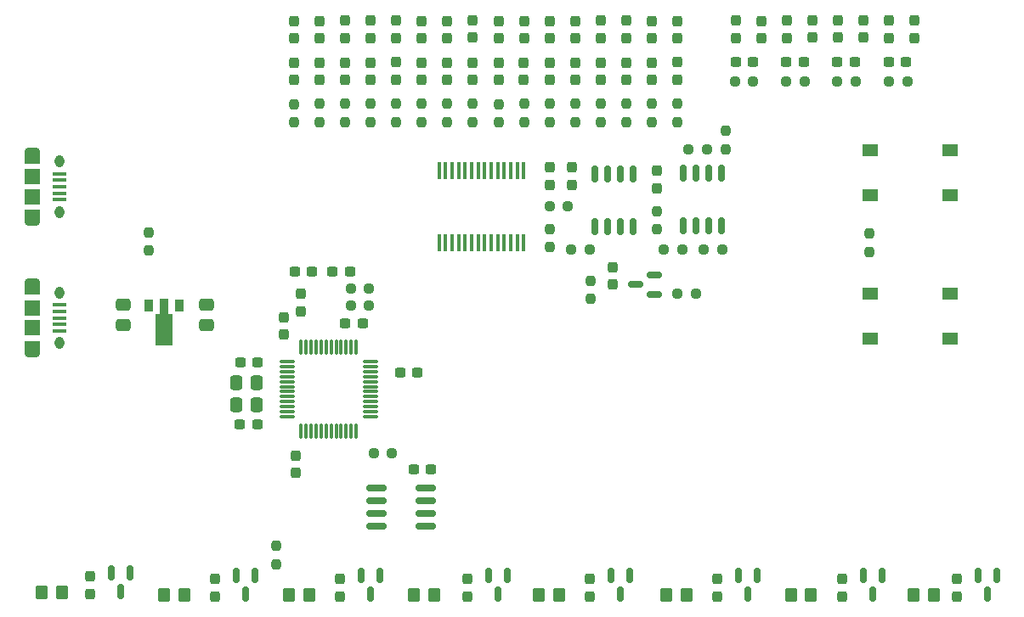
<source format=gtp>
%TF.GenerationSoftware,KiCad,Pcbnew,(6.0.5)*%
%TF.CreationDate,2023-10-09T20:54:02-04:00*%
%TF.ProjectId,solar-controller-2023,736f6c61-722d-4636-9f6e-74726f6c6c65,rev?*%
%TF.SameCoordinates,Original*%
%TF.FileFunction,Paste,Top*%
%TF.FilePolarity,Positive*%
%FSLAX46Y46*%
G04 Gerber Fmt 4.6, Leading zero omitted, Abs format (unit mm)*
G04 Created by KiCad (PCBNEW (6.0.5)) date 2023-10-09 20:54:02*
%MOMM*%
%LPD*%
G01*
G04 APERTURE LIST*
G04 Aperture macros list*
%AMRoundRect*
0 Rectangle with rounded corners*
0 $1 Rounding radius*
0 $2 $3 $4 $5 $6 $7 $8 $9 X,Y pos of 4 corners*
0 Add a 4 corners polygon primitive as box body*
4,1,4,$2,$3,$4,$5,$6,$7,$8,$9,$2,$3,0*
0 Add four circle primitives for the rounded corners*
1,1,$1+$1,$2,$3*
1,1,$1+$1,$4,$5*
1,1,$1+$1,$6,$7*
1,1,$1+$1,$8,$9*
0 Add four rect primitives between the rounded corners*
20,1,$1+$1,$2,$3,$4,$5,0*
20,1,$1+$1,$4,$5,$6,$7,0*
20,1,$1+$1,$6,$7,$8,$9,0*
20,1,$1+$1,$8,$9,$2,$3,0*%
%AMFreePoly0*
4,1,9,3.862500,-0.866500,0.737500,-0.866500,0.737500,-0.450000,-0.737500,-0.450000,-0.737500,0.450000,0.737500,0.450000,0.737500,0.866500,3.862500,0.866500,3.862500,-0.866500,3.862500,-0.866500,$1*%
G04 Aperture macros list end*
%ADD10RoundRect,0.237500X-0.237500X0.250000X-0.237500X-0.250000X0.237500X-0.250000X0.237500X0.250000X0*%
%ADD11O,1.550000X0.890000*%
%ADD12O,0.950000X1.250000*%
%ADD13R,1.350000X0.400000*%
%ADD14R,1.550000X1.200000*%
%ADD15R,1.550000X1.500000*%
%ADD16RoundRect,0.150000X0.587500X0.150000X-0.587500X0.150000X-0.587500X-0.150000X0.587500X-0.150000X0*%
%ADD17R,0.900000X1.300000*%
%ADD18FreePoly0,270.000000*%
%ADD19RoundRect,0.075000X-0.662500X-0.075000X0.662500X-0.075000X0.662500X0.075000X-0.662500X0.075000X0*%
%ADD20RoundRect,0.075000X-0.075000X-0.662500X0.075000X-0.662500X0.075000X0.662500X-0.075000X0.662500X0*%
%ADD21RoundRect,0.150000X-0.825000X-0.150000X0.825000X-0.150000X0.825000X0.150000X-0.825000X0.150000X0*%
%ADD22RoundRect,0.150000X0.150000X-0.675000X0.150000X0.675000X-0.150000X0.675000X-0.150000X-0.675000X0*%
%ADD23R,0.450000X1.750000*%
%ADD24R,1.550000X1.300000*%
%ADD25RoundRect,0.250000X-0.350000X-0.450000X0.350000X-0.450000X0.350000X0.450000X-0.350000X0.450000X0*%
%ADD26RoundRect,0.237500X-0.250000X-0.237500X0.250000X-0.237500X0.250000X0.237500X-0.250000X0.237500X0*%
%ADD27RoundRect,0.237500X0.237500X-0.250000X0.237500X0.250000X-0.237500X0.250000X-0.237500X-0.250000X0*%
%ADD28RoundRect,0.237500X0.250000X0.237500X-0.250000X0.237500X-0.250000X-0.237500X0.250000X-0.237500X0*%
%ADD29RoundRect,0.150000X-0.150000X0.587500X-0.150000X-0.587500X0.150000X-0.587500X0.150000X0.587500X0*%
%ADD30RoundRect,0.237500X-0.237500X0.300000X-0.237500X-0.300000X0.237500X-0.300000X0.237500X0.300000X0*%
%ADD31RoundRect,0.237500X0.237500X-0.287500X0.237500X0.287500X-0.237500X0.287500X-0.237500X-0.287500X0*%
%ADD32RoundRect,0.237500X0.237500X-0.300000X0.237500X0.300000X-0.237500X0.300000X-0.237500X-0.300000X0*%
%ADD33RoundRect,0.237500X-0.300000X-0.237500X0.300000X-0.237500X0.300000X0.237500X-0.300000X0.237500X0*%
%ADD34RoundRect,0.237500X0.300000X0.237500X-0.300000X0.237500X-0.300000X-0.237500X0.300000X-0.237500X0*%
%ADD35RoundRect,0.250000X0.337500X0.475000X-0.337500X0.475000X-0.337500X-0.475000X0.337500X-0.475000X0*%
%ADD36RoundRect,0.250000X0.475000X-0.337500X0.475000X0.337500X-0.475000X0.337500X-0.475000X-0.337500X0*%
G04 APERTURE END LIST*
D10*
%TO.C,R44*%
X113030000Y-78081500D03*
X113030000Y-79906500D03*
%TD*%
D11*
%TO.C,J5*%
X101435000Y-70040000D03*
X101435000Y-77040000D03*
D12*
X104135000Y-76040000D03*
X104135000Y-71040000D03*
D13*
X104135000Y-72240000D03*
X104135000Y-72890000D03*
X104135000Y-73540000D03*
X104135000Y-74190000D03*
X104135000Y-74840000D03*
D14*
X101435000Y-70640000D03*
D15*
X101435000Y-74540000D03*
D14*
X101435000Y-76440000D03*
D15*
X101435000Y-72540000D03*
%TD*%
D11*
%TO.C,J8*%
X101440000Y-83130000D03*
X101440000Y-90130000D03*
D12*
X104140000Y-89130000D03*
X104140000Y-84130000D03*
D13*
X104140000Y-85330000D03*
X104140000Y-85980000D03*
X104140000Y-86630000D03*
X104140000Y-87280000D03*
X104140000Y-87930000D03*
D14*
X101440000Y-83730000D03*
D15*
X101440000Y-87630000D03*
D14*
X101440000Y-89530000D03*
D15*
X101440000Y-85630000D03*
%TD*%
D16*
%TO.C,Q1*%
X163450000Y-84260000D03*
X163450000Y-82360000D03*
X161575000Y-83310000D03*
%TD*%
D17*
%TO.C,U6*%
X116088000Y-85381500D03*
D18*
X114588000Y-85469000D03*
D17*
X113088000Y-85381500D03*
%TD*%
D19*
%TO.C,U5*%
X126807500Y-90980000D03*
X126807500Y-91480000D03*
X126807500Y-91980000D03*
X126807500Y-92480000D03*
X126807500Y-92980000D03*
X126807500Y-93480000D03*
X126807500Y-93980000D03*
X126807500Y-94480000D03*
X126807500Y-94980000D03*
X126807500Y-95480000D03*
X126807500Y-95980000D03*
X126807500Y-96480000D03*
D20*
X128220000Y-97892500D03*
X128720000Y-97892500D03*
X129220000Y-97892500D03*
X129720000Y-97892500D03*
X130220000Y-97892500D03*
X130720000Y-97892500D03*
X131220000Y-97892500D03*
X131720000Y-97892500D03*
X132220000Y-97892500D03*
X132720000Y-97892500D03*
X133220000Y-97892500D03*
X133720000Y-97892500D03*
D19*
X135132500Y-96480000D03*
X135132500Y-95980000D03*
X135132500Y-95480000D03*
X135132500Y-94980000D03*
X135132500Y-94480000D03*
X135132500Y-93980000D03*
X135132500Y-93480000D03*
X135132500Y-92980000D03*
X135132500Y-92480000D03*
X135132500Y-91980000D03*
X135132500Y-91480000D03*
X135132500Y-90980000D03*
D20*
X133720000Y-89567500D03*
X133220000Y-89567500D03*
X132720000Y-89567500D03*
X132220000Y-89567500D03*
X131720000Y-89567500D03*
X131220000Y-89567500D03*
X130720000Y-89567500D03*
X130220000Y-89567500D03*
X129720000Y-89567500D03*
X129220000Y-89567500D03*
X128720000Y-89567500D03*
X128220000Y-89567500D03*
%TD*%
D21*
%TO.C,U4*%
X135705000Y-103595000D03*
X135705000Y-104865000D03*
X135705000Y-106135000D03*
X135705000Y-107405000D03*
X140655000Y-107405000D03*
X140655000Y-106135000D03*
X140655000Y-104865000D03*
X140655000Y-103595000D03*
%TD*%
D22*
%TO.C,U3*%
X166306000Y-72220000D03*
X167576000Y-72220000D03*
X168846000Y-72220000D03*
X170116000Y-72220000D03*
X170116000Y-77470000D03*
X168846000Y-77470000D03*
X167576000Y-77470000D03*
X166306000Y-77470000D03*
%TD*%
%TO.C,U2*%
X157536000Y-72245000D03*
X158806000Y-72245000D03*
X160076000Y-72245000D03*
X161346000Y-72245000D03*
X161346000Y-77495000D03*
X160076000Y-77495000D03*
X158806000Y-77495000D03*
X157536000Y-77495000D03*
%TD*%
D23*
%TO.C,U1*%
X150416000Y-79170000D03*
X149766000Y-79170000D03*
X149116000Y-79170000D03*
X148466000Y-79170000D03*
X147816000Y-79170000D03*
X147166000Y-79170000D03*
X146516000Y-79170000D03*
X145866000Y-79170000D03*
X145216000Y-79170000D03*
X144566000Y-79170000D03*
X143916000Y-79170000D03*
X143266000Y-79170000D03*
X142616000Y-79170000D03*
X141966000Y-79170000D03*
X141966000Y-71970000D03*
X142616000Y-71970000D03*
X143266000Y-71970000D03*
X143916000Y-71970000D03*
X144566000Y-71970000D03*
X145216000Y-71970000D03*
X145866000Y-71970000D03*
X146516000Y-71970000D03*
X147166000Y-71970000D03*
X147816000Y-71970000D03*
X148466000Y-71970000D03*
X149116000Y-71970000D03*
X149766000Y-71970000D03*
X150416000Y-71970000D03*
%TD*%
D24*
%TO.C,SW2*%
X192905000Y-84210000D03*
X184955000Y-84210000D03*
X184955000Y-88710000D03*
X192905000Y-88710000D03*
%TD*%
%TO.C,SW1*%
X192905000Y-74390000D03*
X184955000Y-74390000D03*
X184955000Y-69890000D03*
X192905000Y-69890000D03*
%TD*%
D25*
%TO.C,R43*%
X139462000Y-114300000D03*
X141462000Y-114300000D03*
%TD*%
%TO.C,R42*%
X114570000Y-114300000D03*
X116570000Y-114300000D03*
%TD*%
%TO.C,R41*%
X127016000Y-114300000D03*
X129016000Y-114300000D03*
%TD*%
%TO.C,R40*%
X102378000Y-114046000D03*
X104378000Y-114046000D03*
%TD*%
%TO.C,R39*%
X191246000Y-114300000D03*
X189246000Y-114300000D03*
%TD*%
%TO.C,R38*%
X164608000Y-114300000D03*
X166608000Y-114300000D03*
%TD*%
%TO.C,R37*%
X177038000Y-114300000D03*
X179038000Y-114300000D03*
%TD*%
%TO.C,R36*%
X151924000Y-114300000D03*
X153924000Y-114300000D03*
%TD*%
D26*
%TO.C,R35*%
X135465000Y-100130000D03*
X137290000Y-100130000D03*
%TD*%
D10*
%TO.C,R34*%
X125750000Y-109357500D03*
X125750000Y-111182500D03*
%TD*%
D26*
%TO.C,R33*%
X133170000Y-83720000D03*
X134995000Y-83720000D03*
%TD*%
%TO.C,R32*%
X133180000Y-85360000D03*
X135005000Y-85360000D03*
%TD*%
D27*
%TO.C,R31*%
X184870000Y-80042500D03*
X184870000Y-78217500D03*
%TD*%
D26*
%TO.C,R30*%
X188623500Y-63005000D03*
X186798500Y-63005000D03*
%TD*%
%TO.C,R29*%
X183473500Y-63025000D03*
X181648500Y-63025000D03*
%TD*%
%TO.C,R28*%
X178373500Y-63005000D03*
X176548500Y-63005000D03*
%TD*%
%TO.C,R27*%
X173273500Y-63025000D03*
X171448500Y-63025000D03*
%TD*%
D10*
%TO.C,R26*%
X157060000Y-82910000D03*
X157060000Y-84735000D03*
%TD*%
D28*
%TO.C,R25*%
X167550000Y-84250000D03*
X165725000Y-84250000D03*
%TD*%
D27*
%TO.C,R24*%
X170561000Y-67982500D03*
X170561000Y-69807500D03*
%TD*%
D26*
%TO.C,R23*%
X168663500Y-69825000D03*
X166838500Y-69825000D03*
%TD*%
%TO.C,R22*%
X166186000Y-79795000D03*
X164361000Y-79795000D03*
%TD*%
%TO.C,R21*%
X170186000Y-79770000D03*
X168361000Y-79770000D03*
%TD*%
%TO.C,R20*%
X155153500Y-79770000D03*
X156978500Y-79770000D03*
%TD*%
D10*
%TO.C,R19*%
X163691000Y-77807500D03*
X163691000Y-75982500D03*
%TD*%
D27*
%TO.C,R18*%
X153016000Y-77757500D03*
X153016000Y-79582500D03*
%TD*%
D28*
%TO.C,R17*%
X153003500Y-75470000D03*
X154828500Y-75470000D03*
%TD*%
D27*
%TO.C,R16*%
X127531000Y-65285000D03*
X127531000Y-67110000D03*
%TD*%
D10*
%TO.C,R15*%
X130041000Y-67100000D03*
X130041000Y-65275000D03*
%TD*%
D27*
%TO.C,R14*%
X132611000Y-65272500D03*
X132611000Y-67097500D03*
%TD*%
D10*
%TO.C,R13*%
X135161000Y-67089500D03*
X135161000Y-65264500D03*
%TD*%
D27*
%TO.C,R12*%
X137701000Y-65264500D03*
X137701000Y-67089500D03*
%TD*%
D10*
%TO.C,R11*%
X140241000Y-67089500D03*
X140241000Y-65264500D03*
%TD*%
D27*
%TO.C,R10*%
X142781000Y-65264500D03*
X142781000Y-67089500D03*
%TD*%
D10*
%TO.C,R9*%
X145321000Y-67089500D03*
X145321000Y-65264500D03*
%TD*%
D27*
%TO.C,R8*%
X147916000Y-65307500D03*
X147916000Y-67132500D03*
%TD*%
D10*
%TO.C,R7*%
X150441000Y-67107500D03*
X150441000Y-65282500D03*
%TD*%
D27*
%TO.C,R6*%
X153016000Y-65282500D03*
X153016000Y-67107500D03*
%TD*%
D10*
%TO.C,R5*%
X155541000Y-67107500D03*
X155541000Y-65282500D03*
%TD*%
D27*
%TO.C,R4*%
X158091000Y-65282500D03*
X158091000Y-67107500D03*
%TD*%
D10*
%TO.C,R3*%
X160666000Y-67107500D03*
X160666000Y-65282500D03*
%TD*%
D27*
%TO.C,R2*%
X163186000Y-67107500D03*
X163186000Y-65282500D03*
%TD*%
D10*
%TO.C,R1*%
X165716000Y-65282500D03*
X165716000Y-67107500D03*
%TD*%
D29*
%TO.C,Q9*%
X148778000Y-112346500D03*
X146878000Y-112346500D03*
X147828000Y-114221500D03*
%TD*%
%TO.C,Q8*%
X123632000Y-112346500D03*
X121732000Y-112346500D03*
X122682000Y-114221500D03*
%TD*%
%TO.C,Q7*%
X136078000Y-112346500D03*
X134178000Y-112346500D03*
X135128000Y-114221500D03*
%TD*%
%TO.C,Q6*%
X110236000Y-113967500D03*
X109286000Y-112092500D03*
X111186000Y-112092500D03*
%TD*%
%TO.C,Q5*%
X196596000Y-114221500D03*
X195646000Y-112346500D03*
X197546000Y-112346500D03*
%TD*%
%TO.C,Q4*%
X172720000Y-114221500D03*
X171770000Y-112346500D03*
X173670000Y-112346500D03*
%TD*%
%TO.C,Q3*%
X185166000Y-114221500D03*
X184216000Y-112346500D03*
X186116000Y-112346500D03*
%TD*%
%TO.C,Q2*%
X160970000Y-112346500D03*
X159070000Y-112346500D03*
X160020000Y-114221500D03*
%TD*%
D30*
%TO.C,FB24*%
X189351000Y-58685000D03*
X189351000Y-56960000D03*
%TD*%
%TO.C,FB23*%
X186781000Y-58697500D03*
X186781000Y-56972500D03*
%TD*%
%TO.C,FB22*%
X184241000Y-58657500D03*
X184241000Y-56932500D03*
%TD*%
%TO.C,FB21*%
X181681000Y-58657500D03*
X181681000Y-56932500D03*
%TD*%
%TO.C,FB20*%
X179161000Y-58667500D03*
X179161000Y-56942500D03*
%TD*%
%TO.C,FB19*%
X176591000Y-58695000D03*
X176591000Y-56970000D03*
%TD*%
%TO.C,FB18*%
X174061000Y-58727500D03*
X174061000Y-57002500D03*
%TD*%
%TO.C,FB17*%
X171551000Y-58705000D03*
X171551000Y-56980000D03*
%TD*%
%TO.C,FB16*%
X127511000Y-56992500D03*
X127511000Y-58717500D03*
%TD*%
%TO.C,FB15*%
X130031000Y-58717500D03*
X130031000Y-56992500D03*
%TD*%
%TO.C,FB14*%
X132581000Y-58707500D03*
X132581000Y-56982500D03*
%TD*%
%TO.C,FB13*%
X135111000Y-58697500D03*
X135111000Y-56972500D03*
%TD*%
%TO.C,FB12*%
X137651000Y-58707500D03*
X137651000Y-56982500D03*
%TD*%
%TO.C,FB11*%
X140191000Y-58717500D03*
X140191000Y-56992500D03*
%TD*%
%TO.C,FB10*%
X142731000Y-58717500D03*
X142731000Y-56992500D03*
%TD*%
%TO.C,FB9*%
X145271000Y-56952500D03*
X145271000Y-58677500D03*
%TD*%
%TO.C,FB8*%
X147941000Y-57007500D03*
X147941000Y-58732500D03*
%TD*%
%TO.C,FB7*%
X150466000Y-58732500D03*
X150466000Y-57007500D03*
%TD*%
%TO.C,FB6*%
X153016000Y-58732500D03*
X153016000Y-57007500D03*
%TD*%
%TO.C,FB5*%
X155541000Y-58732500D03*
X155541000Y-57007500D03*
%TD*%
%TO.C,FB4*%
X158091000Y-58707500D03*
X158091000Y-56982500D03*
%TD*%
%TO.C,FB3*%
X160616000Y-58707500D03*
X160616000Y-56982500D03*
%TD*%
%TO.C,FB2*%
X163166000Y-58732500D03*
X163166000Y-57007500D03*
%TD*%
%TO.C,FB1*%
X165716000Y-57007500D03*
X165716000Y-58732500D03*
%TD*%
D31*
%TO.C,D8*%
X144780000Y-114413000D03*
X144780000Y-112663000D03*
%TD*%
%TO.C,D7*%
X119634000Y-114413000D03*
X119634000Y-112663000D03*
%TD*%
%TO.C,D6*%
X132080000Y-114413000D03*
X132080000Y-112663000D03*
%TD*%
%TO.C,D5*%
X107188000Y-114159000D03*
X107188000Y-112409000D03*
%TD*%
%TO.C,D4*%
X193548000Y-114413000D03*
X193548000Y-112663000D03*
%TD*%
%TO.C,D3*%
X169672000Y-114413000D03*
X169672000Y-112663000D03*
%TD*%
%TO.C,D2*%
X182118000Y-114413000D03*
X182118000Y-112663000D03*
%TD*%
%TO.C,D1*%
X156972000Y-114413000D03*
X156972000Y-112663000D03*
%TD*%
D32*
%TO.C,C38*%
X128220000Y-84247500D03*
X128220000Y-85972500D03*
%TD*%
D33*
%TO.C,C37*%
X132627500Y-87200000D03*
X134352500Y-87200000D03*
%TD*%
D34*
%TO.C,C36*%
X122137500Y-97260000D03*
X123862500Y-97260000D03*
%TD*%
D35*
%TO.C,C35*%
X121742500Y-95280000D03*
X123817500Y-95280000D03*
%TD*%
%TO.C,C34*%
X121752500Y-93070000D03*
X123827500Y-93070000D03*
%TD*%
D34*
%TO.C,C33*%
X122167500Y-91060000D03*
X123892500Y-91060000D03*
%TD*%
D32*
%TO.C,C32*%
X126470000Y-88312500D03*
X126470000Y-86587500D03*
%TD*%
D33*
%TO.C,C31*%
X138110000Y-92070000D03*
X139835000Y-92070000D03*
%TD*%
D30*
%TO.C,C30*%
X127700000Y-100347500D03*
X127700000Y-102072500D03*
%TD*%
D34*
%TO.C,C29*%
X129297500Y-82040000D03*
X127572500Y-82040000D03*
%TD*%
D33*
%TO.C,C28*%
X131357500Y-82040000D03*
X133082500Y-82040000D03*
%TD*%
D36*
%TO.C,C27*%
X118780000Y-87377500D03*
X118780000Y-85302500D03*
%TD*%
%TO.C,C26*%
X110470000Y-87377500D03*
X110470000Y-85302500D03*
%TD*%
D34*
%TO.C,C25*%
X141152500Y-101710000D03*
X139427500Y-101710000D03*
%TD*%
D33*
%TO.C,C24*%
X188516000Y-61095000D03*
X186791000Y-61095000D03*
%TD*%
%TO.C,C23*%
X183391000Y-61095000D03*
X181666000Y-61095000D03*
%TD*%
%TO.C,C22*%
X178311000Y-61095000D03*
X176586000Y-61095000D03*
%TD*%
%TO.C,C21*%
X173261000Y-61095000D03*
X171536000Y-61095000D03*
%TD*%
D32*
%TO.C,C20*%
X159280000Y-81585000D03*
X159280000Y-83310000D03*
%TD*%
D30*
%TO.C,C19*%
X163641000Y-73682500D03*
X163641000Y-71957500D03*
%TD*%
%TO.C,C18*%
X155216000Y-73332500D03*
X155216000Y-71607500D03*
%TD*%
%TO.C,C17*%
X153016000Y-73332500D03*
X153016000Y-71607500D03*
%TD*%
%TO.C,C16*%
X127511000Y-61155000D03*
X127511000Y-62880000D03*
%TD*%
D32*
%TO.C,C15*%
X130041000Y-61170000D03*
X130041000Y-62895000D03*
%TD*%
D30*
%TO.C,C14*%
X132581000Y-62882500D03*
X132581000Y-61157500D03*
%TD*%
D32*
%TO.C,C13*%
X135116000Y-61157500D03*
X135116000Y-62882500D03*
%TD*%
D30*
%TO.C,C12*%
X137661000Y-62840000D03*
X137661000Y-61115000D03*
%TD*%
D32*
%TO.C,C11*%
X140201000Y-61157500D03*
X140201000Y-62882500D03*
%TD*%
D30*
%TO.C,C10*%
X142741000Y-62895000D03*
X142741000Y-61170000D03*
%TD*%
D32*
%TO.C,C9*%
X145291000Y-61182500D03*
X145291000Y-62907500D03*
%TD*%
D30*
%TO.C,C8*%
X147891000Y-62882500D03*
X147891000Y-61157500D03*
%TD*%
D32*
%TO.C,C7*%
X150416000Y-61145000D03*
X150416000Y-62870000D03*
%TD*%
D30*
%TO.C,C6*%
X153016000Y-62895000D03*
X153016000Y-61170000D03*
%TD*%
D32*
%TO.C,C5*%
X155566000Y-61170000D03*
X155566000Y-62895000D03*
%TD*%
D30*
%TO.C,C4*%
X158066000Y-62870000D03*
X158066000Y-61145000D03*
%TD*%
D32*
%TO.C,C3*%
X160616000Y-61182500D03*
X160616000Y-62907500D03*
%TD*%
D30*
%TO.C,C2*%
X163191000Y-61182500D03*
X163191000Y-62907500D03*
%TD*%
D32*
%TO.C,C1*%
X165716000Y-62857500D03*
X165716000Y-61132500D03*
%TD*%
M02*

</source>
